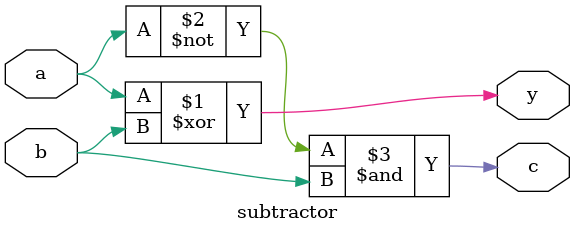
<source format=v>
module subtractor(a,b,c,y);
input a,b;
output y,c;

xor(y,a,b);
and(c,~a,b);

initial 
	begin
		$display ("this is half subtractor");
	end
endmodule
</source>
